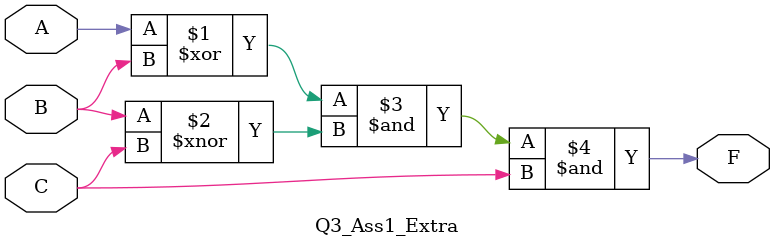
<source format=v>
module Q3_Ass1_Extra (input A,B,C, output F);
assign F = (A ^ B) & (B ~^ C) & C ;
//for F=1: A=0, B=1, C=1
endmodule
</source>
